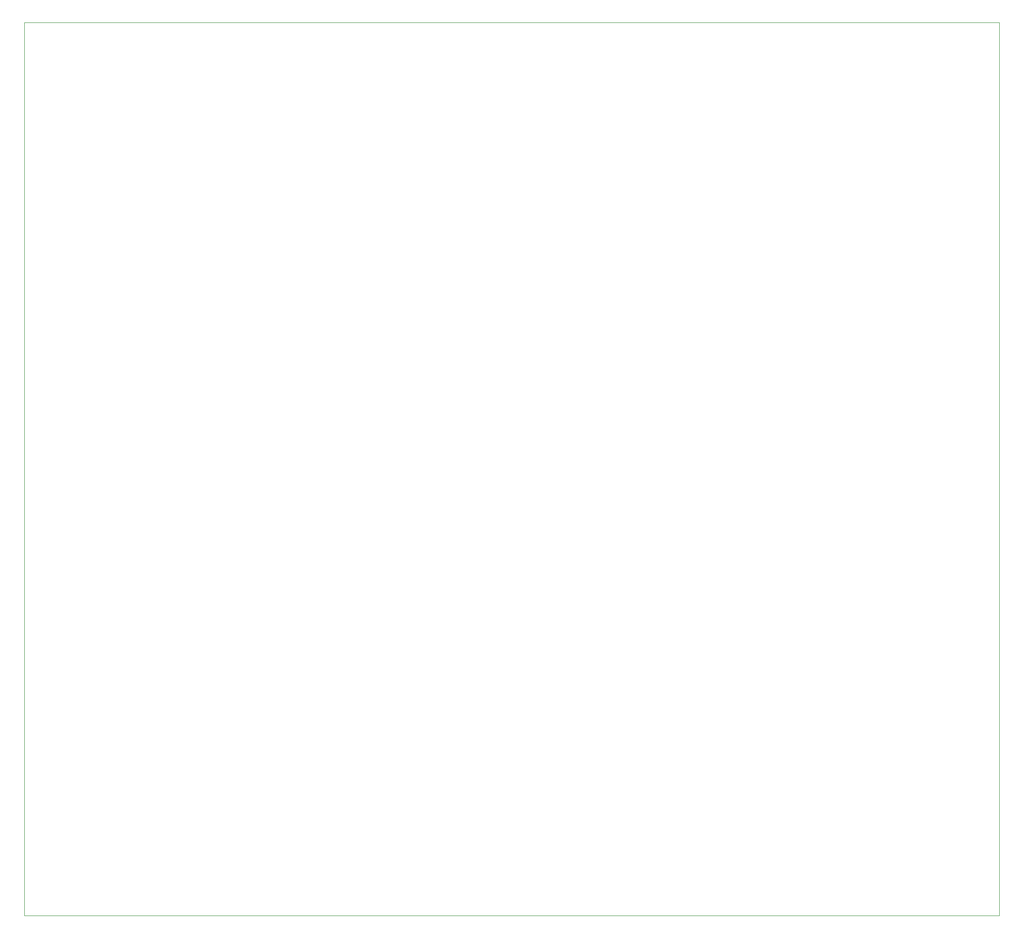
<source format=gbr>
%TF.GenerationSoftware,KiCad,Pcbnew,9.0.2*%
%TF.CreationDate,2025-07-22T14:00:08+09:00*%
%TF.ProjectId,Power_Distribution_Board,506f7765-725f-4446-9973-747269627574,rev?*%
%TF.SameCoordinates,Original*%
%TF.FileFunction,Profile,NP*%
%FSLAX46Y46*%
G04 Gerber Fmt 4.6, Leading zero omitted, Abs format (unit mm)*
G04 Created by KiCad (PCBNEW 9.0.2) date 2025-07-22 14:00:08*
%MOMM*%
%LPD*%
G01*
G04 APERTURE LIST*
%TA.AperFunction,Profile*%
%ADD10C,0.050000*%
%TD*%
G04 APERTURE END LIST*
D10*
X54000000Y-47500000D02*
X234000000Y-47500000D01*
X234000000Y-212500000D01*
X54000000Y-212500000D01*
X54000000Y-47500000D01*
M02*

</source>
